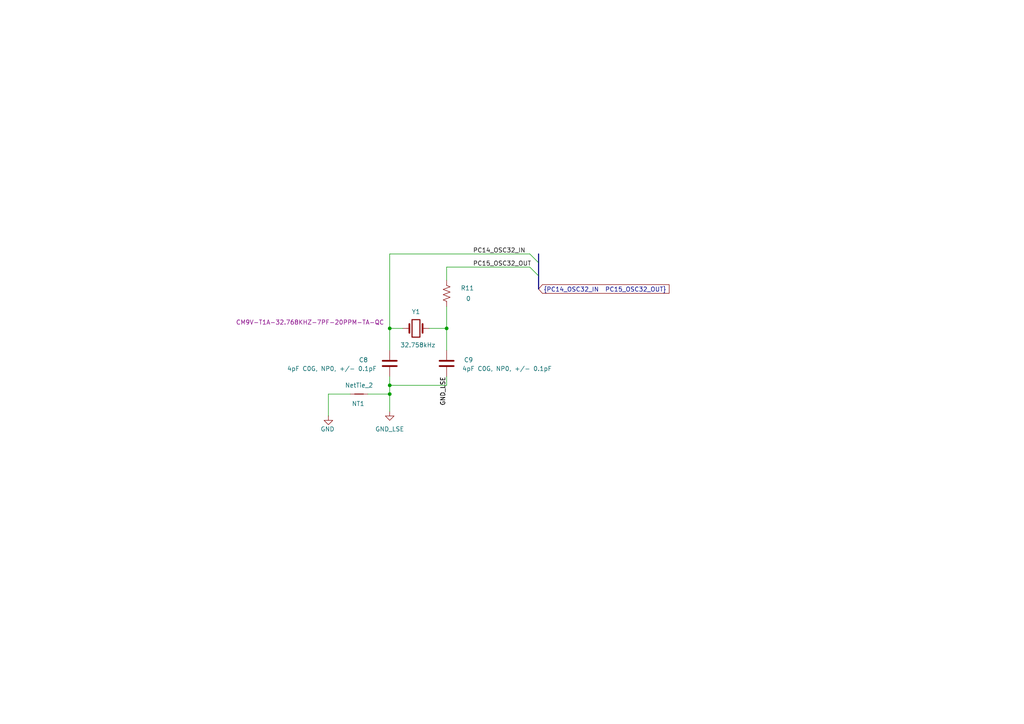
<source format=kicad_sch>
(kicad_sch (version 20250114) (generator "eeschema") (generator_version "9.0")
  (paper "A4")
  (title_block (title "F411-RFM95W") (date "2025-09-09") (rev "v0.1.0"))
  (lib_symbols
    (symbol "ProjectLib:C" (pin_numbers (hide yes)) (pin_names (offset 0.254))
      (property "Reference" "C" (at 0.635 2.54 0))
      (property "Value" "C" (at 0.635 -2.54 0))
      (symbol "C_0_1"
        (polyline (pts (xy -2.032 0.762) (xy 2.032 0.762)) (stroke (width 0.508)))
        (polyline (pts (xy -2.032 -0.762) (xy 2.032 -0.762)) (stroke (width 0.508)))
      )
      (symbol "C_1_1"
        (pin passive line (at 0 3.81 270) (length 2.794) (name "~") (number "1"))
        (pin passive line (at 0 -3.81 90) (length 2.794) (name "~") (number "2"))
      )
    )
    (symbol "ProjectLib:Crystal" (pin_numbers (hide yes)) (pin_names (offset 1.016) (hide yes))
      (property "Reference" "Y" (at 0 3.81 0))
      (property "Value" "Crystal" (at 0 -3.81 0))
      (symbol "Crystal_0_1"
        (polyline (pts (xy -2.54 0) (xy -1.905 0)))
        (polyline (pts (xy -1.905 -1.27) (xy -1.905 1.27)) (stroke (width 0.508)))
        (rectangle (start -1.143 2.54) (end 1.143 -2.54) (stroke (width 0.3048)))
        (polyline (pts (xy 1.905 -1.27) (xy 1.905 1.27)) (stroke (width 0.508)))
        (polyline (pts (xy 2.54 0) (xy 1.905 0)))
      )
      (symbol "Crystal_1_1"
        (pin passive line (at -3.81 0 0) (length 1.27) (name "1") (number "1"))
        (pin passive line (at 3.81 0 180) (length 1.27) (name "2") (number "2"))
      )
    )
    (symbol "ProjectLib:GND_LSE" (power) (pin_numbers (hide yes)) (pin_names (offset 0) (hide yes))
      (property "Value" "GND_LSE" (at 0 -3.81 0))
      (symbol "GND_LSE_0_1"
        (polyline (pts (xy 0 0) (xy 0 -1.27) (xy 1.27 -1.27) (xy 0 -2.54) (xy -1.27 -1.27) (xy 0 -1.27)))
      )
      (symbol "GND_LSE_1_1"
        (pin power_in line (at 0 0 270) (length 0) (name "~") (number "1"))
      )
    )
    (symbol "ProjectLib:NetTie_2" (pin_numbers (hide yes)) (pin_names (offset 0) (hide yes)) (in_bom no)
      (property "Reference" "NT" (at 0 1.27 0))
      (property "Value" "NetTie_2" (at 0 -1.27 0))
      (symbol "NetTie_2_0_1"
        (polyline (pts (xy -1.27 0) (xy 1.27 0)) (stroke (width 0.254)))
      )
      (symbol "NetTie_2_1_1"
        (pin power_in line (at -2.54 0 0) (length 2.54) (name "1") (number "1"))
        (pin power_out line (at 2.54 0 180) (length 2.54) (name "2") (number "2"))
      )
    )
    (symbol "ProjectLib:R_US" (pin_numbers (hide yes)) (pin_names (offset 0))
      (property "Reference" "R" (at 2.54 0 90))
      (property "Value" "R_US" (at -2.54 0 90))
      (symbol "R_US_0_1"
        (polyline (pts (xy 0 2.286) (xy 0 2.54)))
        (polyline (pts (xy 0 2.286) (xy 1.016 1.905) (xy 0 1.524) (xy -1.016 1.143) (xy 0 0.762)))
        (polyline (pts (xy 0 0.762) (xy 1.016 0.381) (xy 0 0) (xy -1.016 -0.381) (xy 0 -0.762)))
        (polyline (pts (xy 0 -0.762) (xy 1.016 -1.143) (xy 0 -1.524) (xy -1.016 -1.905) (xy 0 -2.286)))
        (polyline (pts (xy 0 -2.286) (xy 0 -2.54)))
      )
      (symbol "R_US_1_1"
        (pin passive line (at 0 3.81 270) (length 1.27) (name "~") (number "1"))
        (pin passive line (at 0 -3.81 90) (length 1.27) (name "~") (number "2"))
      )
    )
    (symbol "power:GND" (power) (pin_numbers (hide yes)) (pin_names (offset 0) (hide yes))
      (property "Value" "GND" (at 0 -3.81 0))
      (symbol "GND_0_1"
        (polyline (pts (xy 0 0) (xy 0 -1.27) (xy 1.27 -1.27) (xy 0 -2.54) (xy -1.27 -1.27) (xy 0 -1.27)))
      )
      (symbol "GND_1_1"
        (pin power_in line (at 0 0 270) (length 0) (name "~") (number "1"))
      )
    )
  )
  (junction (at 129.54 95.25))
  (junction (at 113.03 95.25))
  (junction (at 113.03 111.76))
  (junction (at 113.03 114.3))
  (bus_entry (at 156.21 80.01) (size -2.54 -2.54))
  (bus_entry (at 156.21 76.2) (size -2.54 -2.54))
  (wire (pts (xy 106.68 114.3) (xy 113.03 114.3)))
  (wire (pts (xy 129.54 95.25) (xy 124.46 95.25)))
  (bus (pts (xy 156.21 80.01) (xy 156.21 83.82)))
  (wire (pts (xy 113.03 95.25) (xy 116.84 95.25)))
  (wire (pts (xy 113.03 111.76) (xy 113.03 114.3)))
  (wire (pts (xy 113.03 73.66) (xy 153.67 73.66)))
  (wire (pts (xy 101.6 114.3) (xy 95.25 114.3)))
  (wire (pts (xy 113.03 109.22) (xy 113.03 111.76)))
  (bus (pts (xy 156.21 73.66) (xy 156.21 76.2)))
  (wire (pts (xy 129.54 88.9) (xy 129.54 95.25)))
  (wire (pts (xy 113.03 95.25) (xy 113.03 73.66)))
  (wire (pts (xy 129.54 95.25) (xy 129.54 101.6)))
  (wire (pts (xy 113.03 101.6) (xy 113.03 95.25)))
  (bus (pts (xy 156.21 76.2) (xy 156.21 80.01)))
  (wire (pts (xy 113.03 111.76) (xy 129.54 111.76)))
  (wire (pts (xy 129.54 111.76) (xy 129.54 109.22)))
  (wire (pts (xy 129.54 77.47) (xy 129.54 81.28)))
  (wire (pts (xy 95.25 114.3) (xy 95.25 120.65)))
  (wire (pts (xy 113.03 114.3) (xy 113.03 119.38)))
  (wire (pts (xy 129.54 77.47) (xy 153.67 77.47)))
  (label "PC14_OSC32_IN" (at 137.16 73.66 0))
  (label "PC15_OSC32_OUT" (at 137.16 77.47 0))
  (label "GND_LSE" (at 129.54 109.22 270))
  (label "GND_LSE" (at 129.54 109.22 270))
  (global_label "{PC14_OSC32_IN  PC15_OSC32_OUT}" (shape input) (at 156.21 83.82 0) (property "Intersheetrefs" "${INTERSHEET_REFS}" (effects (hide yes))))
  (symbol (lib_id "ProjectLib:C") (at 129.54 105.41 180) (unit 1)
    (property "Reference" "C9" (at 135.89 104.394 0))
    (property "Value" "4pF C0G, NP0, +/- 0.1pF" (at 147.066 106.934 0))
    (property "Footprint" "ProjectLib:C_0402_1005Metric" (effects (hide yes)))
    (property "Description" "Unpolarized capacitor" (effects (hide yes)))
    (property "MountType" "SMT" (effects (hide yes)))
    (property "pads" "2" (effects (hide yes)))
    (property "Package" "C_0402_1005Metric" (effects (hide yes)))
    (property "Notes" "or equivalent" (effects (hide yes)))
  )
  (symbol (lib_id "ProjectLib:C") (at 113.03 105.41 180) (unit 1)
    (property "Reference" "C8" (at 105.41 104.394 0))
    (property "Value" "4pF C0G, NP0, +/- 0.1pF" (at 96.266 106.934 0))
    (property "Footprint" "ProjectLib:C_0402_1005Metric" (effects (hide yes)))
    (property "Description" "Unpolarized capacitor" (effects (hide yes)))
    (property "MountType" "SMT" (effects (hide yes)))
    (property "pads" "2" (effects (hide yes)))
    (property "Package" "C_0402_1005Metric" (effects (hide yes)))
    (property "Notes" "or equivalent" (effects (hide yes)))
  )
  (symbol (lib_id "ProjectLib:NetTie_2") (at 104.14 114.3 0) (unit 1) (in_bom no)
    (property "Reference" "NT1" (at 103.886 117.094 0))
    (property "Value" "NetTie_2" (at 104.14 111.76 0))
    (property "Footprint" "ProjectLib:NetTie-2_SMD_Pad0.5mm" (effects (hide yes)))
    (property "Description" "Net tie, 2 pins" (effects (hide yes)))
  )
  (symbol (lib_id "power:GND") (at 95.25 120.65 0) (unit 1)
    (property "Reference" "#PWR0127" (effects (hide yes)))
    (property "Value" "GND" (at 94.996 124.46 0))
    (property "Description" "Power symbol creates a global label with name \"GND\" , ground" (effects (hide yes)))
  )
  (symbol (lib_id "ProjectLib:R_US") (at 129.54 85.09 0) (unit 1)
    (property "Reference" "R11" (at 133.604 83.566 0) (effects (justify left)))
    (property "Value" "0" (at 135.128 86.614 0) (effects (justify left)))
    (property "Footprint" "ProjectLib:R_0402_1005Metric" (effects (hide yes)))
    (property "Description" "Resistor, US symbol" (effects (hide yes)))
    (property "MountType" "SMT" (effects (hide yes)))
    (property "pads" "2" (effects (hide yes)))
    (property "Package" "R_0402_1005Metric" (effects (hide yes)))
    (property "Notes" "or equivalent" (effects (hide yes)))
  )
  (symbol (lib_id "ProjectLib:GND_LSE") (at 113.03 119.38 0) (unit 1)
    (property "Reference" "#PWR0128" (effects (hide yes)))
    (property "Value" "GND_LSE" (at 113.03 124.46 0))
    (property "Description" "Power symbol creates a global label with name \"GND\" , ground" (effects (hide yes)))
  )
  (symbol (lib_id "ProjectLib:Crystal") (at 120.65 95.25 0) (mirror y) (unit 1)
    (property "Reference" "Y1" (at 119.38 90.424 0) (effects (justify right)))
    (property "Value" "32.758kHz" (at 116.078 100.076 0) (effects (justify right)))
    (property "Footprint" "ProjectLib:Crystal_SMD_MicroCrystal_CM9V-T1A-2Pin_1.6x1.0mm" (effects (hide yes)))
    (property "Description" "Two pin crystal" (effects (hide yes)))
    (property "MountType" "SMT" (effects (hide yes)))
    (property "Notes" "or equivalent" (effects (hide yes)))
    (property "Manufacturer" "Micro Crystal" (effects (hide yes)))
    (property "MfgPart" "CM9V-T1A-32.768KHZ-7PF-20PPM-TA-QC" (at 89.916 93.472 0))
    (property "pads" "2" (effects (hide yes)))
    (property "Package" "Crystal_SMD_MicroCrystal_CM9V-T1A-2Pin_1.6x1.0mm" (effects (hide yes)))
  )
)
</source>
